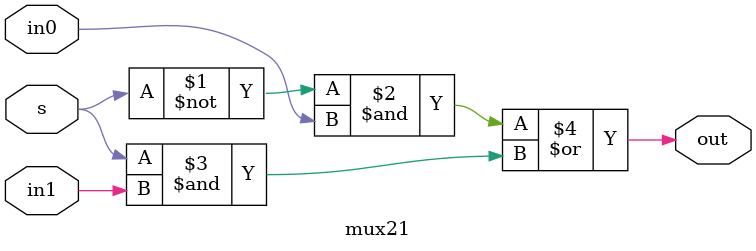
<source format=v>
`timescale 1ns / 1ps


module mux21(
    input in0,
    input in1,
    input s,
    output out
    );
    assign out= (~s & in0) | (s & in1);     
endmodule

</source>
